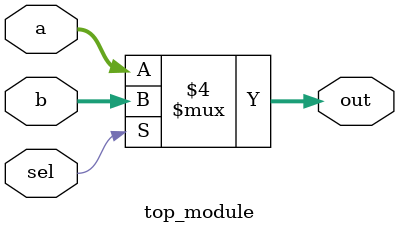
<source format=sv>
module top_module (
	input sel,
	input [7:0] a,
	input [7:0] b,
	output reg [7:0] out
);

always @(sel or a or b)
begin
    if (sel == 0)
        out <= a;
    else
        out <= b;
end

endmodule

</source>
